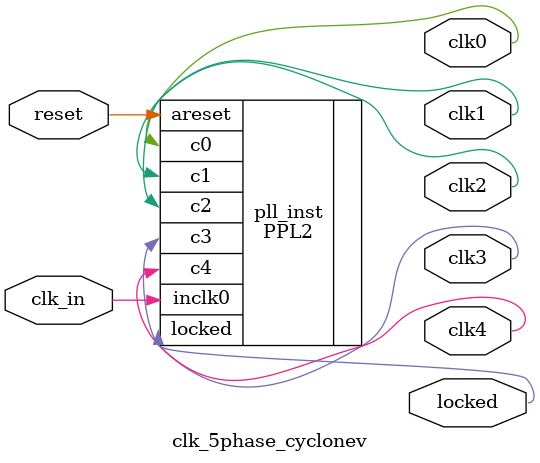
<source format=v>
module clk_5phase_cyclonev (
    input  wire clk_in,   // clock original
    input  wire reset,    // reset del PLL (activo en alto)
    output wire clk0,     // 0°
    output wire clk1,     // 72°
    output wire clk2,     // 144°
    output wire clk3,     // 216°
    output wire clk4,     // 288°
    output wire locked    // PLL locked
);

    PPL2 pll_inst (
        .inclk0(clk_in),
        .areset(reset),
        .c0(clk0),
        .c1(clk1),
        .c2(clk2),
        .c3(clk3),
        .c4(clk4),
        .locked(locked)
    );

endmodule

</source>
